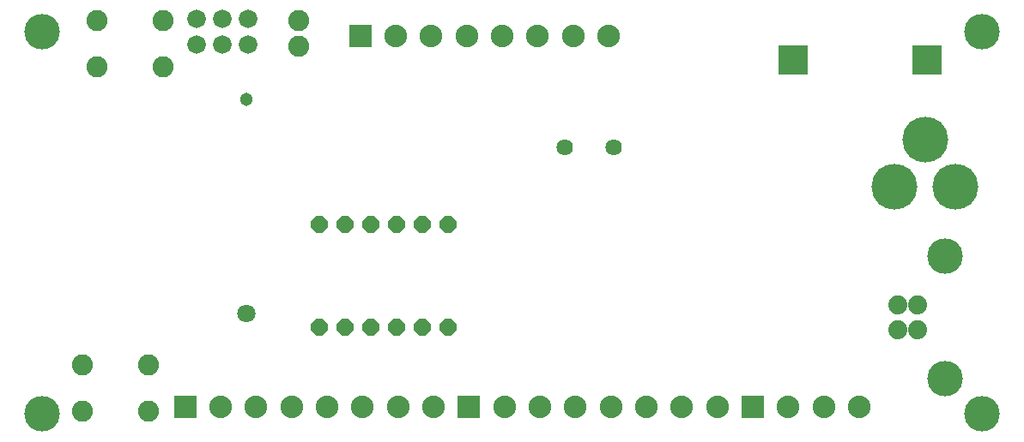
<source format=gbs>
G75*
%MOIN*%
%OFA0B0*%
%FSLAX24Y24*%
%IPPOS*%
%LPD*%
%AMOC8*
5,1,8,0,0,1.08239X$1,22.5*
%
%ADD10C,0.0640*%
%ADD11C,0.0513*%
%ADD12C,0.0710*%
%ADD13R,0.1175X0.1175*%
%ADD14C,0.1380*%
%ADD15OC8,0.0640*%
%ADD16C,0.0720*%
%ADD17C,0.0820*%
%ADD18C,0.1780*%
%ADD19C,0.0740*%
%ADD20R,0.0880X0.0880*%
%ADD21C,0.0880*%
D10*
X021980Y012030D03*
X023880Y012030D03*
D11*
X009603Y013897D03*
D12*
X009603Y005590D03*
D13*
X030830Y015430D03*
X036030Y015430D03*
D14*
X001680Y001680D03*
X001680Y016555D03*
X036750Y007800D03*
X036750Y003060D03*
X038180Y001680D03*
X038180Y016555D03*
D15*
X017430Y009030D03*
X016430Y009030D03*
X015430Y009030D03*
X014430Y009030D03*
X013430Y009030D03*
X012430Y009030D03*
X012430Y005030D03*
X013430Y005030D03*
X014430Y005030D03*
X015430Y005030D03*
X016430Y005030D03*
X017430Y005030D03*
D16*
X009680Y016030D03*
X008680Y016030D03*
X007680Y016030D03*
X007680Y017030D03*
X008680Y017030D03*
X009680Y017030D03*
D17*
X011630Y016980D03*
X011630Y015980D03*
X006360Y015190D03*
X003800Y015190D03*
X003800Y016970D03*
X006360Y016970D03*
X005810Y003570D03*
X003250Y003570D03*
X003250Y001790D03*
X005810Y001790D03*
D18*
X034781Y010505D03*
X037143Y010505D03*
X035962Y012355D03*
D19*
X035680Y005922D03*
X034900Y005922D03*
X034900Y004938D03*
X035680Y004938D03*
D20*
X029277Y001930D03*
X018254Y001930D03*
X007230Y001930D03*
X014030Y016380D03*
D21*
X015408Y016380D03*
X016786Y016380D03*
X018164Y016380D03*
X019542Y016380D03*
X020920Y016380D03*
X022298Y016380D03*
X023676Y016380D03*
X023765Y001930D03*
X025143Y001930D03*
X026521Y001930D03*
X027899Y001930D03*
X030655Y001930D03*
X032033Y001930D03*
X033411Y001930D03*
X022387Y001930D03*
X021010Y001930D03*
X019632Y001930D03*
X016876Y001930D03*
X015498Y001930D03*
X014120Y001930D03*
X012742Y001930D03*
X011364Y001930D03*
X009986Y001930D03*
X008608Y001930D03*
M02*

</source>
